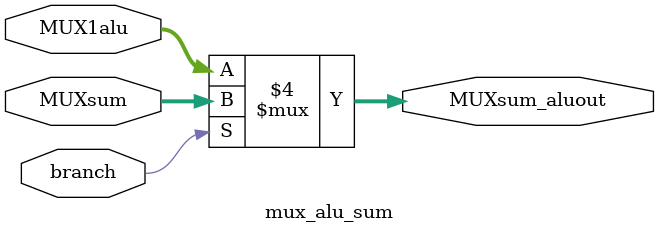
<source format=v>
module mux_alu_sum(
    input [31:0] MUXsum,
    input [31:0] MUX1alu,
    input branch,
    output reg [31:0] MUXsum_aluout
    );

    always @(MUXsum, MUX1alu, branch)
    begin
        if (branch == 1) begin
            MUXsum_aluout = MUXsum;
        end
        else begin
            MUXsum_aluout = MUX1alu;
        end
    end
endmodule

/* module mux_alu_sum(
    input [31:0] MUXsum,
    input [31:0] MUX1alu,
    input MUXsum_aluop,
    output reg [31:0] MUXsum_aluout
    );

    always @(MUXsum, MUX1alu, MUXsum_aluop)
    begin
        case(MUXsum_aluop)
            0: MUXsum_aluout = MUXsum;
            1: MUXsum_aluout = MUX1alu;
        endcase
    end
endmodule */
</source>
